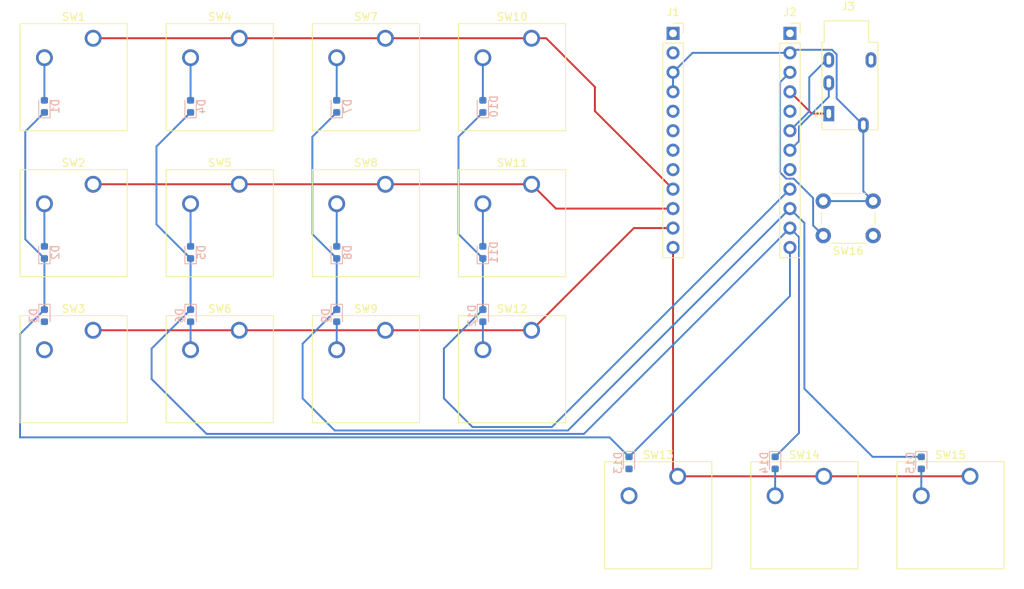
<source format=kicad_pcb>
(kicad_pcb (version 20211014) (generator pcbnew)
  (layers (0 "F.Cu" signal) (31 "B.Cu" signal) (34 "B.Paste" user) (35 "F.Paste" user) (36 "B.SilkS" user "B.Silkscreen") (37 "F.SilkS" user "F.Silkscreen") (38 "B.Mask" user) (39 "F.Mask" user) (44 "Edge.Cuts" user))
  (net 0 "")
  (net 1 "Col0")
  (net 2 "Net-(D1-Pad2)")
  (net 3 "Net-(D2-Pad2)")
  (net 4 "Net-(D3-Pad2)")
  (net 5 "Col1")
  (net 6 "Net-(D4-Pad2)")
  (net 7 "Net-(D5-Pad2)")
  (net 8 "Net-(D6-Pad2)")
  (net 9 "Col2")
  (net 10 "Net-(D7-Pad2)")
  (net 11 "Net-(D8-Pad2)")
  (net 12 "Net-(D9-Pad2)")
  (net 13 "Col3")
  (net 14 "Net-(D10-Pad2)")
  (net 15 "Net-(D11-Pad2)")
  (net 16 "Net-(D12-Pad2)")
  (net 17 "Net-(D13-Pad2)")
  (net 18 "Net-(D14-Pad2)")
  (net 19 "Net-(D15-Pad2)")
  (net 22 "Gnd")
  (net 27 "Row0")
  (net 28 "Row1")
  (net 29 "Row2")
  (net 31 "Net-(J2-Pad3)")
  (net 32 "Vcc")
  (net 34 "SDA")
  (net 35 "SCL")
  (net 37 "Row3")
  (footprint "Button Switch Keyboard:SW_Cherry_MX_1.00u_PCB" (layer "F.Cu") (at 191.135 139.065)
    (fp_text reference "SW15" (at -2.54 -2.794) (layer "F.SilkS"))
    (fp_text value "SW_Push")
    (fp_line (start 4.445 12.065) (end -9.525 12.065) (layer "F.SilkS") (width 0.12))
    (fp_line (start -9.525 -1.905) (end 4.445 -1.905) (layer "F.SilkS") (width 0.12))
    (fp_line (start 4.445 -1.905) (end 4.445 12.065) (layer "F.SilkS") (width 0.12))
    (fp_line (start -9.525 12.065) (end -9.525 -1.905) (layer "F.SilkS") (width 0.12))
    (pad "" np_thru_hole circle (at -7.62 5.08) (size 1.7 1.7) (drill 1.7) (layers *.Cu *.Mask))
    (pad "" np_thru_hole circle (at -2.54 5.08) (size 4 4) (drill 4) (layers *.Cu *.Mask))
    (pad "" np_thru_hole circle (at 2.54 5.08) (size 1.7 1.7) (drill 1.7) (layers *.Cu *.Mask))
    (pad "1" thru_hole circle (at 0 0) (size 2.2 2.2) (drill 1.5) (layers *.Cu *.Mask) (net 37 "Row3"))
    (pad "2" thru_hole circle (at -6.35 2.54) (size 2.2 2.2) (drill 1.5) (layers *.Cu *.Mask) (net 19 "Net-(D15-Pad2)"))
  )
  (footprint "Button Switch Keyboard:SW_Cherry_MX_1.00u_PCB" (layer "F.Cu") (at 114.935 120.015)
    (fp_text reference "SW9" (at -2.54 -2.794) (layer "F.SilkS"))
    (fp_text value "SW_Push")
    (fp_line (start -9.525 -1.905) (end 4.445 -1.905) (layer "F.SilkS") (width 0.12))
    (fp_line (start 4.445 -1.905) (end 4.445 12.065) (layer "F.SilkS") (width 0.12))
    (fp_line (start 4.445 12.065) (end -9.525 12.065) (layer "F.SilkS") (width 0.12))
    (fp_line (start -9.525 12.065) (end -9.525 -1.905) (layer "F.SilkS") (width 0.12))
    (pad "" np_thru_hole circle (at -7.62 5.08) (size 1.7 1.7) (drill 1.7) (layers *.Cu *.Mask))
    (pad "" np_thru_hole circle (at 2.54 5.08) (size 1.7 1.7) (drill 1.7) (layers *.Cu *.Mask))
    (pad "" np_thru_hole circle (at -2.54 5.08) (size 4 4) (drill 4) (layers *.Cu *.Mask))
    (pad "1" thru_hole circle (at 0 0) (size 2.2 2.2) (drill 1.5) (layers *.Cu *.Mask) (net 29 "Row2"))
    (pad "2" thru_hole circle (at -6.35 2.54) (size 2.2 2.2) (drill 1.5) (layers *.Cu *.Mask) (net 12 "Net-(D9-Pad2)"))
  )
  (footprint "Button Switch Keyboard:SW_Cherry_MX_1.00u_PCB" (layer "F.Cu") (at 114.935 81.915)
    (fp_text reference "SW7" (at -2.54 -2.794) (layer "F.SilkS"))
    (fp_text value "SW_Push")
    (fp_line (start -9.525 -1.905) (end 4.445 -1.905) (layer "F.SilkS") (width 0.12))
    (fp_line (start 4.445 12.065) (end -9.525 12.065) (layer "F.SilkS") (width 0.12))
    (fp_line (start -9.525 12.065) (end -9.525 -1.905) (layer "F.SilkS") (width 0.12))
    (fp_line (start 4.445 -1.905) (end 4.445 12.065) (layer "F.SilkS") (width 0.12))
    (pad "" np_thru_hole circle (at -7.62 5.08) (size 1.7 1.7) (drill 1.7) (layers *.Cu *.Mask))
    (pad "" np_thru_hole circle (at -2.54 5.08) (size 4 4) (drill 4) (layers *.Cu *.Mask))
    (pad "" np_thru_hole circle (at 2.54 5.08) (size 1.7 1.7) (drill 1.7) (layers *.Cu *.Mask))
    (pad "1" thru_hole circle (at 0 0) (size 2.2 2.2) (drill 1.5) (layers *.Cu *.Mask) (net 27 "Row0"))
    (pad "2" thru_hole circle (at -6.35 2.54) (size 2.2 2.2) (drill 1.5) (layers *.Cu *.Mask) (net 10 "Net-(D7-Pad2)"))
  )
  (footprint "Button_Switch_THT:SW_PUSH_6mm_H4.3mm" (layer "F.Cu") (at 178.51 107.66 180)
    (fp_text reference "SW16" (at 3.25 -2) (layer "F.SilkS"))
    (fp_text value "SW_Push")
    (fp_line (start 1 5.5) (end 5.5 5.5) (layer "F.SilkS") (width 0.12))
    (fp_line (start 6.75 3) (end 6.75 1.5) (layer "F.SilkS") (width 0.12))
    (fp_line (start 5.5 -1) (end 1 -1) (layer "F.SilkS") (width 0.12))
    (fp_line (start -0.25 1.5) (end -0.25 3) (layer "F.SilkS") (width 0.12))
    (pad "1" thru_hole circle (at 6.5 0 270) (size 2 2) (drill 1.1) (layers *.Cu *.Mask) (net 31 "Net-(J2-Pad3)"))
    (pad "1" thru_hole circle (at 0 0 270) (size 2 2) (drill 1.1) (layers *.Cu *.Mask) (net 31 "Net-(J2-Pad3)"))
    (pad "2" thru_hole circle (at 6.5 4.5 270) (size 2 2) (drill 1.1) (layers *.Cu *.Mask) (net 22 "Gnd"))
    (pad "2" thru_hole circle (at 0 4.5 270) (size 2 2) (drill 1.1) (layers *.Cu *.Mask) (net 22 "Gnd"))
  )
  (footprint "Button Switch Keyboard:SW_Cherry_MX_1.00u_PCB" (layer "F.Cu") (at 133.985 100.965)
    (fp_text reference "SW11" (at -2.54 -2.794) (layer "F.SilkS"))
    (fp_text value "SW_Push")
    (fp_line (start -9.525 -1.905) (end 4.445 -1.905) (layer "F.SilkS") (width 0.12))
    (fp_line (start -9.525 12.065) (end -9.525 -1.905) (layer "F.SilkS") (width 0.12))
    (fp_line (start 4.445 -1.905) (end 4.445 12.065) (layer "F.SilkS") (width 0.12))
    (fp_line (start 4.445 12.065) (end -9.525 12.065) (layer "F.SilkS") (width 0.12))
    (pad "" np_thru_hole circle (at -2.54 5.08) (size 4 4) (drill 4) (layers *.Cu *.Mask))
    (pad "" np_thru_hole circle (at 2.54 5.08) (size 1.7 1.7) (drill 1.7) (layers *.Cu *.Mask))
    (pad "" np_thru_hole circle (at -7.62 5.08) (size 1.7 1.7) (drill 1.7) (layers *.Cu *.Mask))
    (pad "1" thru_hole circle (at 0 0) (size 2.2 2.2) (drill 1.5) (layers *.Cu *.Mask) (net 28 "Row1"))
    (pad "2" thru_hole circle (at -6.35 2.54) (size 2.2 2.2) (drill 1.5) (layers *.Cu *.Mask) (net 15 "Net-(D11-Pad2)"))
  )
  (footprint "Connector_Audio:Jack_3.5mm_PJ320E_Horizontal" (layer "F.Cu") (at 172.7275 91.745)
    (fp_text reference "J3" (at 2.54 -13.97) (layer "F.SilkS"))
    (fp_text value "AudioJack4")
    (fp_line (start -1.7 0.5) (end -1.2 0) (layer "F.SilkS") (width 0.12))
    (fp_line (start 5.2 -9.3) (end 6.4 -9.3) (layer "F.SilkS") (width 0.12))
    (fp_line (start -0.9 2.1) (end 3.7 2.1) (layer "F.SilkS") (width 0.12))
    (fp_line (start -0.6 -9.3) (end -0.6 -12.1) (layer "F.SilkS") (width 0.12))
    (fp_line (start -1.7 -0.5) (end -1.7 0.5) (layer "F.SilkS") (width 0.12))
    (fp_line (start 5.2 -12.1) (end -0.6 -12.1) (layer "F.SilkS") (width 0.12))
    (fp_line (start 5.2 -9.3) (end 5.2 -12.1) (layer "F.SilkS") (width 0.12))
    (fp_line (start -0.9 -9.3) (end -0.9 2.1) (layer "F.SilkS") (width 0.12))
    (fp_line (start 6.4 2.1) (end 5.3 2.1) (layer "F.SilkS") (width 0.12))
    (fp_line (start 6.4 -9.3) (end 6.4 2.1) (layer "F.SilkS") (width 0.12))
    (fp_line (start -0.9 -9.3) (end -0.6 -9.3) (layer "F.SilkS") (width 0.12))
    (fp_line (start -1.2 0) (end -1.7 -0.5) (layer "F.SilkS") (width 0.12))
    (pad "" np_thru_hole circle (at 2.3 -5.7 270) (size 1.2 1.2) (drill 1.2) (layers *.Cu *.Mask))
    (pad "" np_thru_hole circle (at 2.3 1.3 270) (size 1.2 1.2) (drill 1.2) (layers *.Cu *.Mask))
    (pad "" thru_hole oval (at 5.5 -7 270) (size 2 1.4) (drill oval 1.2 0.6) (layers *.Cu *.Mask))
    (pad "R1" thru_hole oval (at 0 -4 270) (size 2 1.4) (drill oval 1.2 0.6) (layers *.Cu *.Mask) (net 35 "SCL"))
    (pad "R2" thru_hole oval (at 0 -7 270) (size 2 1.4) (drill oval 1.2 0.6) (layers *.Cu *.Mask) (net 34 "SDA"))
    (pad "S" thru_hole oval (at 4.5 1.5 270) (size 2 1.4) (drill oval 1.2 0.6) (layers *.Cu *.Mask) (net 22 "Gnd"))
    (pad "T" thru_hole rect (at 0 0 270) (size 2 1.4) (drill oval 1.2 0.6) (layers *.Cu *.Mask) (net 32 "Vcc"))
  )
  (footprint "Button Switch Keyboard:SW_Cherry_MX_1.00u_PCB" (layer "F.Cu") (at 133.985 120.015)
    (fp_text reference "SW12" (at -2.54 -2.794) (layer "F.SilkS"))
    (fp_text value "SW_Push")
    (fp_line (start 4.445 -1.905) (end 4.445 12.065) (layer "F.SilkS") (width 0.12))
    (fp_line (start -9.525 12.065) (end -9.525 -1.905) (layer "F.SilkS") (width 0.12))
    (fp_line (start -9.525 -1.905) (end 4.445 -1.905) (layer "F.SilkS") (width 0.12))
    (fp_line (start 4.445 12.065) (end -9.525 12.065) (layer "F.SilkS") (width 0.12))
    (pad "" np_thru_hole circle (at -7.62 5.08) (size 1.7 1.7) (drill 1.7) (layers *.Cu *.Mask))
    (pad "" np_thru_hole circle (at 2.54 5.08) (size 1.7 1.7) (drill 1.7) (layers *.Cu *.Mask))
    (pad "" np_thru_hole circle (at -2.54 5.08) (size 4 4) (drill 4) (layers *.Cu *.Mask))
    (pad "1" thru_hole circle (at 0 0) (size 2.2 2.2) (drill 1.5) (layers *.Cu *.Mask) (net 29 "Row2"))
    (pad "2" thru_hole circle (at -6.35 2.54) (size 2.2 2.2) (drill 1.5) (layers *.Cu *.Mask) (net 16 "Net-(D12-Pad2)"))
  )
  (footprint "Button Switch Keyboard:SW_Cherry_MX_1.00u_PCB" (layer "F.Cu") (at 172.085 139.065)
    (fp_text reference "SW14" (at -2.54 -2.794) (layer "F.SilkS"))
    (fp_text value "SW_Push")
    (fp_line (start 4.445 -1.905) (end 4.445 12.065) (layer "F.SilkS") (width 0.12))
    (fp_line (start -9.525 -1.905) (end 4.445 -1.905) (layer "F.SilkS") (width 0.12))
    (fp_line (start 4.445 12.065) (end -9.525 12.065) (layer "F.SilkS") (width 0.12))
    (fp_line (start -9.525 12.065) (end -9.525 -1.905) (layer "F.SilkS") (width 0.12))
    (pad "" np_thru_hole circle (at -2.54 5.08) (size 4 4) (drill 4) (layers *.Cu *.Mask))
    (pad "" np_thru_hole circle (at -7.62 5.08) (size 1.7 1.7) (drill 1.7) (layers *.Cu *.Mask))
    (pad "" np_thru_hole circle (at 2.54 5.08) (size 1.7 1.7) (drill 1.7) (layers *.Cu *.Mask))
    (pad "1" thru_hole circle (at 0 0) (size 2.2 2.2) (drill 1.5) (layers *.Cu *.Mask) (net 37 "Row3"))
    (pad "2" thru_hole circle (at -6.35 2.54) (size 2.2 2.2) (drill 1.5) (layers *.Cu *.Mask) (net 18 "Net-(D14-Pad2)"))
  )
  (footprint "Button Switch Keyboard:SW_Cherry_MX_1.00u_PCB" (layer "F.Cu") (at 114.935 100.965)
    (fp_text reference "SW8" (at -2.54 -2.794) (layer "F.SilkS"))
    (fp_text value "SW_Push")
    (fp_line (start 4.445 12.065) (end -9.525 12.065) (layer "F.SilkS") (width 0.12))
    (fp_line (start 4.445 -1.905) (end 4.445 12.065) (layer "F.SilkS") (width 0.12))
    (fp_line (start -9.525 -1.905) (end 4.445 -1.905) (layer "F.SilkS") (width 0.12))
    (fp_line (start -9.525 12.065) (end -9.525 -1.905) (layer "F.SilkS") (width 0.12))
    (pad "" np_thru_hole circle (at -2.54 5.08) (size 4 4) (drill 4) (layers *.Cu *.Mask))
    (pad "" np_thru_hole circle (at 2.54 5.08) (size 1.7 1.7) (drill 1.7) (layers *.Cu *.Mask))
    (pad "" np_thru_hole circle (at -7.62 5.08) (size 1.7 1.7) (drill 1.7) (layers *.Cu *.Mask))
    (pad "1" thru_hole circle (at 0 0) (size 2.2 2.2) (drill 1.5) (layers *.Cu *.Mask) (net 28 "Row1"))
    (pad "2" thru_hole circle (at -6.35 2.54) (size 2.2 2.2) (drill 1.5) (layers *.Cu *.Mask) (net 11 "Net-(D8-Pad2)"))
  )
  (footprint "Connector_PinSocket_2.54mm:PinSocket_1x12_P2.54mm_Vertical" (layer "F.Cu") (at 167.665 81.28)
    (fp_text reference "J2" (at 0 -2.77) (layer "F.SilkS"))
    (fp_text value "Conn_01x12")
    (fp_line (start 1.33 1.27) (end 1.33 29.27) (layer "F.SilkS") (width 0.12))
    (fp_line (start -1.33 1.27) (end -1.33 29.27) (layer "F.SilkS") (width 0.12))
    (fp_line (start -1.33 29.27) (end 1.33 29.27) (layer "F.SilkS") (width 0.12))
    (fp_line (start 1.33 -1.33) (end 1.33 0) (layer "F.SilkS") (width 0.12))
    (fp_line (start -1.33 1.27) (end 1.33 1.27) (layer "F.SilkS") (width 0.12))
    (fp_line (start 0 -1.33) (end 1.33 -1.33) (layer "F.SilkS") (width 0.12))
    (pad "1" thru_hole rect (at 0 0) (size 1.7 1.7) (drill 1) (layers *.Cu *.Mask))
    (pad "2" thru_hole oval (at 0 2.54) (size 1.7 1.7) (drill 1) (layers *.Cu *.Mask) (net 22 "Gnd"))
    (pad "3" thru_hole oval (at 0 5.08) (size 1.7 1.7) (drill 1) (layers *.Cu *.Mask) (net 31 "Net-(J2-Pad3)"))
    (pad "4" thru_hole oval (at 0 7.62) (size 1.7 1.7) (drill 1) (layers *.Cu *.Mask) (net 32 "Vcc"))
    (pad "5" thru_hole oval (at 0 10.16) (size 1.7 1.7) (drill 1) (layers *.Cu *.Mask))
    (pad "6" thru_hole oval (at 0 12.7) (size 1.7 1.7) (drill 1) (layers *.Cu *.Mask) (net 34 "SDA"))
    (pad "7" thru_hole oval (at 0 15.24) (size 1.7 1.7) (drill 1) (layers *.Cu *.Mask) (net 35 "SCL"))
    (pad "8" thru_hole oval (at 0 17.78) (size 1.7 1.7) (drill 1) (layers *.Cu *.Mask))
    (pad "9" thru_hole oval (at 0 20.32) (size 1.7 1.7) (drill 1) (layers *.Cu *.Mask) (net 13 "Col3"))
    (pad "10" thru_hole oval (at 0 22.86) (size 1.7 1.7) (drill 1) (layers *.Cu *.Mask) (net 9 "Col2"))
    (pad "11" thru_hole oval (at 0 25.4) (size 1.7 1.7) (drill 1) (layers *.Cu *.Mask) (net 5 "Col1"))
    (pad "12" thru_hole oval (at 0 27.94) (size 1.7 1.7) (drill 1) (layers *.Cu *.Mask) (net 1 "Col0"))
  )
  (footprint "Button Switch Keyboard:SW_Cherry_MX_1.00u_PCB" (layer "F.Cu") (at 153.035 139.065)
    (fp_text reference "SW13" (at -2.54 -2.794) (layer "F.SilkS"))
    (fp_text value "SW_Push")
    (fp_line (start 4.445 -1.905) (end 4.445 12.065) (layer "F.SilkS") (width 0.12))
    (fp_line (start -9.525 12.065) (end -9.525 -1.905) (layer "F.SilkS") (width 0.12))
    (fp_line (start -9.525 -1.905) (end 4.445 -1.905) (layer "F.SilkS") (width 0.12))
    (fp_line (start 4.445 12.065) (end -9.525 12.065) (layer "F.SilkS") (width 0.12))
    (pad "" np_thru_hole circle (at 2.54 5.08) (size 1.7 1.7) (drill 1.7) (layers *.Cu *.Mask))
    (pad "" np_thru_hole circle (at -2.54 5.08) (size 4 4) (drill 4) (layers *.Cu *.Mask))
    (pad "" np_thru_hole circle (at -7.62 5.08) (size 1.7 1.7) (drill 1.7) (layers *.Cu *.Mask))
    (pad "1" thru_hole circle (at 0 0) (size 2.2 2.2) (drill 1.5) (layers *.Cu *.Mask) (net 37 "Row3"))
    (pad "2" thru_hole circle (at -6.35 2.54) (size 2.2 2.2) (drill 1.5) (layers *.Cu *.Mask) (net 17 "Net-(D13-Pad2)"))
  )
  (footprint "Button Switch Keyboard:SW_Cherry_MX_1.00u_PCB" (layer "F.Cu") (at 133.985 81.915)
    (fp_text reference "SW10" (at -2.54 -2.794) (layer "F.SilkS"))
    (fp_text value "SW_Push")
    (fp_line (start -9.525 12.065) (end -9.525 -1.905) (layer "F.SilkS") (width 0.12))
    (fp_line (start 4.445 12.065) (end -9.525 12.065) (layer "F.SilkS") (width 0.12))
    (fp_line (start -9.525 -1.905) (end 4.445 -1.905) (layer "F.SilkS") (width 0.12))
    (fp_line (start 4.445 -1.905) (end 4.445 12.065) (layer "F.SilkS") (width 0.12))
    (pad "" np_thru_hole circle (at 2.54 5.08) (size 1.7 1.7) (drill 1.7) (layers *.Cu *.Mask))
    (pad "" np_thru_hole circle (at -2.54 5.08) (size 4 4) (drill 4) (layers *.Cu *.Mask))
    (pad "" np_thru_hole circle (at -7.62 5.08) (size 1.7 1.7) (drill 1.7) (layers *.Cu *.Mask))
    (pad "1" thru_hole circle (at 0 0) (size 2.2 2.2) (drill 1.5) (layers *.Cu *.Mask) (net 27 "Row0"))
    (pad "2" thru_hole circle (at -6.35 2.54) (size 2.2 2.2) (drill 1.5) (layers *.Cu *.Mask) (net 14 "Net-(D10-Pad2)"))
  )
  (footprint "Button Switch Keyboard:SW_Cherry_MX_1.00u_PCB" (layer "F.Cu") (at 95.885 120.015)
    (fp_text reference "SW6" (at -2.54 -2.794) (layer "F.SilkS"))
    (fp_text value "SW_Push")
    (fp_line (start 4.445 12.065) (end -9.525 12.065) (layer "F.SilkS") (width 0.12))
    (fp_line (start -9.525 12.065) (end -9.525 -1.905) (layer "F.SilkS") (width 0.12))
    (fp_line (start 4.445 -1.905) (end 4.445 12.065) (layer "F.SilkS") (width 0.12))
    (fp_line (start -9.525 -1.905) (end 4.445 -1.905) (layer "F.SilkS") (width 0.12))
    (pad "" np_thru_hole circle (at -2.54 5.08) (size 4 4) (drill 4) (layers *.Cu *.Mask))
    (pad "" np_thru_hole circle (at -7.62 5.08) (size 1.7 1.7) (drill 1.7) (layers *.Cu *.Mask))
    (pad "" np_thru_hole circle (at 2.54 5.08) (size 1.7 1.7) (drill 1.7) (layers *.Cu *.Mask))
    (pad "1" thru_hole circle (at 0 0) (size 2.2 2.2) (drill 1.5) (layers *.Cu *.Mask) (net 29 "Row2"))
    (pad "2" thru_hole circle (at -6.35 2.54) (size 2.2 2.2) (drill 1.5) (layers *.Cu *.Mask) (net 8 "Net-(D6-Pad2)"))
  )
  (footprint "Button Switch Keyboard:SW_Cherry_MX_1.00u_PCB" (layer "F.Cu") (at 95.885 81.915)
    (fp_text reference "SW4" (at -2.54 -2.794) (layer "F.SilkS"))
    (fp_text value "SW_Push")
    (fp_line (start 4.445 -1.905) (end 4.445 12.065) (layer "F.SilkS") (width 0.12))
    (fp_line (start -9.525 -1.905) (end 4.445 -1.905) (layer "F.SilkS") (width 0.12))
    (fp_line (start -9.525 12.065) (end -9.525 -1.905) (layer "F.SilkS") (width 0.12))
    (fp_line (start 4.445 12.065) (end -9.525 12.065) (layer "F.SilkS") (width 0.12))
    (pad "" np_thru_hole circle (at -7.62 5.08) (size 1.7 1.7) (drill 1.7) (layers *.Cu *.Mask))
    (pad "" np_thru_hole circle (at 2.54 5.08) (size 1.7 1.7) (drill 1.7) (layers *.Cu *.Mask))
    (pad "" np_thru_hole circle (at -2.54 5.08) (size 4 4) (drill 4) (layers *.Cu *.Mask))
    (pad "1" thru_hole circle (at 0 0) (size 2.2 2.2) (drill 1.5) (layers *.Cu *.Mask) (net 27 "Row0"))
    (pad "2" thru_hole circle (at -6.35 2.54) (size 2.2 2.2) (drill 1.5) (layers *.Cu *.Mask) (net 6 "Net-(D4-Pad2)"))
  )
  (footprint "Button Switch Keyboard:SW_Cherry_MX_1.00u_PCB" (layer "F.Cu") (at 76.835 100.965)
    (fp_text reference "SW2" (at -2.54 -2.794) (layer "F.SilkS"))
    (fp_text value "SW_Push")
    (fp_line (start 4.445 -1.905) (end 4.445 12.065) (layer "F.SilkS") (width 0.12))
    (fp_line (start -9.525 -1.905) (end 4.445 -1.905) (layer "F.SilkS") (width 0.12))
    (fp_line (start -9.525 12.065) (end -9.525 -1.905) (layer "F.SilkS") (width 0.12))
    (fp_line (start 4.445 12.065) (end -9.525 12.065) (layer "F.SilkS") (width 0.12))
    (pad "" np_thru_hole circle (at -2.54 5.08) (size 4 4) (drill 4) (layers *.Cu *.Mask))
    (pad "" np_thru_hole circle (at 2.54 5.08) (size 1.7 1.7) (drill 1.7) (layers *.Cu *.Mask))
    (pad "" np_thru_hole circle (at -7.62 5.08) (size 1.7 1.7) (drill 1.7) (layers *.Cu *.Mask))
    (pad "1" thru_hole circle (at 0 0) (size 2.2 2.2) (drill 1.5) (layers *.Cu *.Mask) (net 28 "Row1"))
    (pad "2" thru_hole circle (at -6.35 2.54) (size 2.2 2.2) (drill 1.5) (layers *.Cu *.Mask) (net 3 "Net-(D2-Pad2)"))
  )
  (footprint "Button Switch Keyboard:SW_Cherry_MX_1.00u_PCB" (layer "F.Cu") (at 76.835 81.915)
    (fp_text reference "SW1" (at -2.54 -2.794) (layer "F.SilkS"))
    (fp_text value "SW_Push")
    (fp_line (start 4.445 12.065) (end -9.525 12.065) (layer "F.SilkS") (width 0.12))
    (fp_line (start 4.445 -1.905) (end 4.445 12.065) (layer "F.SilkS") (width 0.12))
    (fp_line (start -9.525 12.065) (end -9.525 -1.905) (layer "F.SilkS") (width 0.12))
    (fp_line (start -9.525 -1.905) (end 4.445 -1.905) (layer "F.SilkS") (width 0.12))
    (pad "" np_thru_hole circle (at -2.54 5.08) (size 4 4) (drill 4) (layers *.Cu *.Mask))
    (pad "" np_thru_hole circle (at -7.62 5.08) (size 1.7 1.7) (drill 1.7) (layers *.Cu *.Mask))
    (pad "" np_thru_hole circle (at 2.54 5.08) (size 1.7 1.7) (drill 1.7) (layers *.Cu *.Mask))
    (pad "1" thru_hole circle (at 0 0) (size 2.2 2.2) (drill 1.5) (layers *.Cu *.Mask) (net 27 "Row0"))
    (pad "2" thru_hole circle (at -6.35 2.54) (size 2.2 2.2) (drill 1.5) (layers *.Cu *.Mask) (net 2 "Net-(D1-Pad2)"))
  )
  (footprint "Connector_PinSocket_2.54mm:PinSocket_1x12_P2.54mm_Vertical" (layer "F.Cu") (at 152.425 81.28)
    (fp_text reference "J1" (at 0 -2.77) (layer "F.SilkS"))
    (fp_text value "Conn_01x12")
    (fp_line (start 1.33 1.27) (end 1.33 29.27) (layer "F.SilkS") (width 0.12))
    (fp_line (start -1.33 1.27) (end 1.33 1.27) (layer "F.SilkS") (width 0.12))
    (fp_line (start -1.33 1.27) (end -1.33 29.27) (layer "F.SilkS") (width 0.12))
    (fp_line (start 0 -1.33) (end 1.33 -1.33) (layer "F.SilkS") (width 0.12))
    (fp_line (start 1.33 -1.33) (end 1.33 0) (layer "F.SilkS") (width 0.12))
    (fp_line (start -1.33 29.27) (end 1.33 29.27) (layer "F.SilkS") (width 0.12))
    (pad "1" thru_hole rect (at 0 0) (size 1.7 1.7) (drill 1) (layers *.Cu *.Mask))
    (pad "2" thru_hole oval (at 0 2.54) (size 1.7 1.7) (drill 1) (layers *.Cu *.Mask))
    (pad "3" thru_hole oval (at 0 5.08) (size 1.7 1.7) (drill 1) (layers *.Cu *.Mask) (net 22 "Gnd"))
    (pad "4" thru_hole oval (at 0 7.62) (size 1.7 1.7) (drill 1) (layers *.Cu *.Mask) (net 22 "Gnd"))
    (pad "5" thru_hole oval (at 0 10.16) (size 1.7 1.7) (drill 1) (layers *.Cu *.Mask))
    (pad "6" thru_hole oval (at 0 12.7) (size 1.7 1.7) (drill 1) (layers *.Cu *.Mask))
    (pad "7" thru_hole oval (at 0 15.24) (size 1.7 1.7) (drill 1) (layers *.Cu *.Mask))
    (pad "8" thru_hole oval (at 0 17.78) (size 1.7 1.7) (drill 1) (layers *.Cu *.Mask))
    (pad "9" thru_hole oval (at 0 20.32) (size 1.7 1.7) (drill 1) (layers *.Cu *.Mask) (net 27 "Row0"))
    (pad "10" thru_hole oval (at 0 22.86) (size 1.7 1.7) (drill 1) (layers *.Cu *.Mask) (net 28 "Row1"))
    (pad "11" thru_hole oval (at 0 25.4) (size 1.7 1.7) (drill 1) (layers *.Cu *.Mask) (net 29 "Row2"))
    (pad "12" thru_hole oval (at 0 27.94) (size 1.7 1.7) (drill 1) (layers *.Cu *.Mask) (net 37 "Row3"))
  )
  (footprint "Button Switch Keyboard:SW_Cherry_MX_1.00u_PCB" (layer "F.Cu") (at 95.885 100.965)
    (fp_text reference "SW5" (at -2.54 -2.794) (layer "F.SilkS"))
    (fp_text value "SW_Push")
    (fp_line (start 4.445 12.065) (end -9.525 12.065) (layer "F.SilkS") (width 0.12))
    (fp_line (start -9.525 12.065) (end -9.525 -1.905) (layer "F.SilkS") (width 0.12))
    (fp_line (start -9.525 -1.905) (end 4.445 -1.905) (layer "F.SilkS") (width 0.12))
    (fp_line (start 4.445 -1.905) (end 4.445 12.065) (layer "F.SilkS") (width 0.12))
    (pad "" np_thru_hole circle (at -7.62 5.08) (size 1.7 1.7) (drill 1.7) (layers *.Cu *.Mask))
    (pad "" np_thru_hole circle (at 2.54 5.08) (size 1.7 1.7) (drill 1.7) (layers *.Cu *.Mask))
    (pad "" np_thru_hole circle (at -2.54 5.08) (size 4 4) (drill 4) (layers *.Cu *.Mask))
    (pad "1" thru_hole circle (at 0 0) (size 2.2 2.2) (drill 1.5) (layers *.Cu *.Mask) (net 28 "Row1"))
    (pad "2" thru_hole circle (at -6.35 2.54) (size 2.2 2.2) (drill 1.5) (layers *.Cu *.Mask) (net 7 "Net-(D5-Pad2)"))
  )
  (footprint "Button Switch Keyboard:SW_Cherry_MX_1.00u_PCB" (layer "F.Cu") (at 76.835 120.015)
    (fp_text reference "SW3" (at -2.54 -2.794) (layer "F.SilkS"))
    (fp_text value "SW_Push")
    (fp_line (start -9.525 -1.905) (end 4.445 -1.905) (layer "F.SilkS") (width 0.12))
    (fp_line (start 4.445 -1.905) (end 4.445 12.065) (layer "F.SilkS") (width 0.12))
    (fp_line (start -9.525 12.065) (end -9.525 -1.905) (layer "F.SilkS") (width 0.12))
    (fp_line (start 4.445 12.065) (end -9.525 12.065) (layer "F.SilkS") (width 0.12))
    (pad "" np_thru_hole circle (at -7.62 5.08) (size 1.7 1.7) (drill 1.7) (layers *.Cu *.Mask))
    (pad "" np_thru_hole circle (at 2.54 5.08) (size 1.7 1.7) (drill 1.7) (layers *.Cu *.Mask))
    (pad "" np_thru_hole circle (at -2.54 5.08) (size 4 4) (drill 4) (layers *.Cu *.Mask))
    (pad "1" thru_hole circle (at 0 0) (size 2.2 2.2) (drill 1.5) (layers *.Cu *.Mask) (net 29 "Row2"))
    (pad "2" thru_hole circle (at -6.35 2.54) (size 2.2 2.2) (drill 1.5) (layers *.Cu *.Mask) (net 4 "Net-(D3-Pad2)"))
  )
  (footprint "Diode_SMD:D_0603_1608Metric" (layer "B.Cu") (at 127.635 90.805 90)
    (fp_text reference "D10" (at 0 1.43 90) (layer "B.SilkS") (effects (justify mirror)))
    (fp_text value "D_Small")
    (fp_line (start -1.485 0.735) (end -1.485 -0.735) (layer "B.SilkS") (width 0.12))
    (fp_line (start 0.8 0.735) (end -1.485 0.735) (layer "B.SilkS") (width 0.12))
    (fp_line (start -1.485 -0.735) (end 0.8 -0.735) (layer "B.SilkS") (width 0.12))
    (pad "1" smd roundrect (at -0.7875 0 90) (size 0.875 0.95) (layers "B.Cu" "B.Paste" "B.Mask") (net 13 "Col3"))
    (pad "2" smd roundrect (at 0.7875 0 90) (size 0.875 0.95) (layers "B.Cu" "B.Paste" "B.Mask") (net 14 "Net-(D10-Pad2)"))
  )
  (footprint "Diode_SMD:D_0603_1608Metric" (layer "B.Cu") (at 89.535 109.855 90)
    (fp_text reference "D5" (at 0 1.43 90) (layer "B.SilkS") (effects (justify mirror)))
    (fp_text value "D_Small")
    (fp_line (start -1.485 0.735) (end -1.485 -0.735) (layer "B.SilkS") (width 0.12))
    (fp_line (start 0.8 0.735) (end -1.485 0.735) (layer "B.SilkS") (width 0.12))
    (fp_line (start -1.485 -0.735) (end 0.8 -0.735) (layer "B.SilkS") (width 0.12))
    (pad "1" smd roundrect (at -0.7875 0 90) (size 0.875 0.95) (layers "B.Cu" "B.Paste" "B.Mask") (net 5 "Col1"))
    (pad "2" smd roundrect (at 0.7875 0 90) (size 0.875 0.95) (layers "B.Cu" "B.Paste" "B.Mask") (net 7 "Net-(D5-Pad2)"))
  )
  (footprint "Diode_SMD:D_0603_1608Metric" (layer "B.Cu") (at 108.585 109.855 90)
    (fp_text reference "D8" (at 0 1.43 90) (layer "B.SilkS") (effects (justify mirror)))
    (fp_text value "D_Small")
    (fp_line (start -1.485 0.735) (end -1.485 -0.735) (layer "B.SilkS") (width 0.12))
    (fp_line (start 0.8 0.735) (end -1.485 0.735) (layer "B.SilkS") (width 0.12))
    (fp_line (start -1.485 -0.735) (end 0.8 -0.735) (layer "B.SilkS") (width 0.12))
    (pad "1" smd roundrect (at -0.7875 0 90) (size 0.875 0.95) (layers "B.Cu" "B.Paste" "B.Mask") (net 9 "Col2"))
    (pad "2" smd roundrect (at 0.7875 0 90) (size 0.875 0.95) (layers "B.Cu" "B.Paste" "B.Mask") (net 11 "Net-(D8-Pad2)"))
  )
  (footprint "Diode_SMD:D_0603_1608Metric" (layer "B.Cu") (at 89.535 90.805 90)
    (fp_text reference "D4" (at 0 1.43 90) (layer "B.SilkS") (effects (justify mirror)))
    (fp_text value "D_Small")
    (fp_line (start -1.485 0.735) (end -1.485 -0.735) (layer "B.SilkS") (width 0.12))
    (fp_line (start 0.8 0.735) (end -1.485 0.735) (layer "B.SilkS") (width 0.12))
    (fp_line (start -1.485 -0.735) (end 0.8 -0.735) (layer "B.SilkS") (width 0.12))
    (pad "1" smd roundrect (at -0.7875 0 90) (size 0.875 0.95) (layers "B.Cu" "B.Paste" "B.Mask") (net 5 "Col1"))
    (pad "2" smd roundrect (at 0.7875 0 90) (size 0.875 0.95) (layers "B.Cu" "B.Paste" "B.Mask") (net 6 "Net-(D4-Pad2)"))
  )
  (footprint "Diode_SMD:D_0603_1608Metric" (layer "B.Cu") (at 165.735 137.3125 -90)
    (fp_text reference "D14" (at 0 1.43 90) (layer "B.SilkS") (effects (justify mirror)))
    (fp_text value "D_Small")
    (fp_line (start 0.8 0.735) (end -1.485 0.735) (layer "B.SilkS") (width 0.12))
    (fp_line (start -1.485 0.735) (end -1.485 -0.735) (layer "B.SilkS") (width 0.12))
    (fp_line (start -1.485 -0.735) (end 0.8 -0.735) (layer "B.SilkS") (width 0.12))
    (pad "1" smd roundrect (at -0.7875 0 270) (size 0.875 0.95) (layers "B.Cu" "B.Paste" "B.Mask") (net 5 "Col1"))
    (pad "2" smd roundrect (at 0.7875 0 270) (size 0.875 0.95) (layers "B.Cu" "B.Paste" "B.Mask") (net 18 "Net-(D14-Pad2)"))
  )
  (footprint "Diode_SMD:D_0603_1608Metric" (layer "B.Cu") (at 127.635 118.11 -90)
    (fp_text reference "D12" (at 0 1.43 90) (layer "B.SilkS") (effects (justify mirror)))
    (fp_text value "D_Small")
    (fp_line (start -1.485 0.735) (end -1.485 -0.735) (layer "B.SilkS") (width 0.12))
    (fp_line (start -1.485 -0.735) (end 0.8 -0.735) (layer "B.SilkS") (width 0.12))
    (fp_line (start 0.8 0.735) (end -1.485 0.735) (layer "B.SilkS") (width 0.12))
    (pad "1" smd roundrect (at -0.7875 0 270) (size 0.875 0.95) (layers "B.Cu" "B.Paste" "B.Mask") (net 13 "Col3"))
    (pad "2" smd roundrect (at 0.7875 0 270) (size 0.875 0.95) (layers "B.Cu" "B.Paste" "B.Mask") (net 16 "Net-(D12-Pad2)"))
  )
  (footprint "Diode_SMD:D_0603_1608Metric" (layer "B.Cu") (at 70.485 90.805 90)
    (fp_text reference "D1" (at 0 1.43 90) (layer "B.SilkS") (effects (justify mirror)))
    (fp_text value "D_Small")
    (fp_line (start 0.8 0.735) (end -1.485 0.735) (layer "B.SilkS") (width 0.12))
    (fp_line (start -1.485 0.735) (end -1.485 -0.735) (layer "B.SilkS") (width 0.12))
    (fp_line (start -1.485 -0.735) (end 0.8 -0.735) (layer "B.SilkS") (width 0.12))
    (pad "1" smd roundrect (at -0.7875 0 90) (size 0.875 0.95) (layers "B.Cu" "B.Paste" "B.Mask") (net 1 "Col0"))
    (pad "2" smd roundrect (at 0.7875 0 90) (size 0.875 0.95) (layers "B.Cu" "B.Paste" "B.Mask") (net 2 "Net-(D1-Pad2)"))
  )
  (footprint "Diode_SMD:D_0603_1608Metric" (layer "B.Cu") (at 108.585 118.11 -90)
    (fp_text reference "D9" (at 0 1.43 90) (layer "B.SilkS") (effects (justify mirror)))
    (fp_text value "D_Small")
    (fp_line (start -1.485 -0.735) (end 0.8 -0.735) (layer "B.SilkS") (width 0.12))
    (fp_line (start 0.8 0.735) (end -1.485 0.735) (layer "B.SilkS") (width 0.12))
    (fp_line (start -1.485 0.735) (end -1.485 -0.735) (layer "B.SilkS") (width 0.12))
    (pad "1" smd roundrect (at -0.7875 0 270) (size 0.875 0.95) (layers "B.Cu" "B.Paste" "B.Mask") (net 9 "Col2"))
    (pad "2" smd roundrect (at 0.7875 0 270) (size 0.875 0.95) (layers "B.Cu" "B.Paste" "B.Mask") (net 12 "Net-(D9-Pad2)"))
  )
  (footprint "Diode_SMD:D_0603_1608Metric" (layer "B.Cu") (at 184.785 137.3125 -90)
    (fp_text reference "D15" (at 0 1.43 90) (layer "B.SilkS") (effects (justify mirror)))
    (fp_text value "D_Small")
    (fp_line (start -1.485 0.735) (end -1.485 -0.735) (layer "B.SilkS") (width 0.12))
    (fp_line (start 0.8 0.735) (end -1.485 0.735) (layer "B.SilkS") (width 0.12))
    (fp_line (start -1.485 -0.735) (end 0.8 -0.735) (layer "B.SilkS") (width 0.12))
    (pad "1" smd roundrect (at -0.7875 0 270) (size 0.875 0.95) (layers "B.Cu" "B.Paste" "B.Mask") (net 9 "Col2"))
    (pad "2" smd roundrect (at 0.7875 0 270) (size 0.875 0.95) (layers "B.Cu" "B.Paste" "B.Mask") (net 19 "Net-(D15-Pad2)"))
  )
  (footprint "Diode_SMD:D_0603_1608Metric" (layer "B.Cu") (at 108.585 90.805 90)
    (fp_text reference "D7" (at 0 1.43 90) (layer "B.SilkS") (effects (justify mirror)))
    (fp_text value "D_Small")
    (fp_line (start -1.485 0.735) (end -1.485 -0.735) (layer "B.SilkS") (width 0.12))
    (fp_line (start -1.485 -0.735) (end 0.8 -0.735) (layer "B.SilkS") (width 0.12))
    (fp_line (start 0.8 0.735) (end -1.485 0.735) (layer "B.SilkS") (width 0.12))
    (pad "1" smd roundrect (at -0.7875 0 90) (size 0.875 0.95) (layers "B.Cu" "B.Paste" "B.Mask") (net 9 "Col2"))
    (pad "2" smd roundrect (at 0.7875 0 90) (size 0.875 0.95) (layers "B.Cu" "B.Paste" "B.Mask") (net 10 "Net-(D7-Pad2)"))
  )
  (footprint "Diode_SMD:D_0603_1608Metric" (layer "B.Cu") (at 70.485 118.11 -90)
    (fp_text reference "D3" (at 0 1.43 90) (layer "B.SilkS") (effects (justify mirror)))
    (fp_text value "D_Small")
    (fp_line (start -1.485 0.735) (end -1.485 -0.735) (layer "B.SilkS") (width 0.12))
    (fp_line (start 0.8 0.735) (end -1.485 0.735) (layer "B.SilkS") (width 0.12))
    (fp_line (start -1.485 -0.735) (end 0.8 -0.735) (layer "B.SilkS") (width 0.12))
    (pad "1" smd roundrect (at -0.7875 0 270) (size 0.875 0.95) (layers "B.Cu" "B.Paste" "B.Mask") (net 1 "Col0"))
    (pad "2" smd roundrect (at 0.7875 0 270) (size 0.875 0.95) (layers "B.Cu" "B.Paste" "B.Mask") (net 4 "Net-(D3-Pad2)"))
  )
  (footprint "Diode_SMD:D_0603_1608Metric" (layer "B.Cu") (at 89.535 118.11 -90)
    (fp_text reference "D6" (at 0 1.43 90) (layer "B.SilkS") (effects (justify mirror)))
    (fp_text value "D_Small")
    (fp_line (start -1.485 -0.735) (end 0.8 -0.735) (layer "B.SilkS") (width 0.12))
    (fp_line (start -1.485 0.735) (end -1.485 -0.735) (layer "B.SilkS") (width 0.12))
    (fp_line (start 0.8 0.735) (end -1.485 0.735) (layer "B.SilkS") (width 0.12))
    (pad "1" smd roundrect (at -0.7875 0 270) (size 0.875 0.95) (layers "B.Cu" "B.Paste" "B.Mask") (net 5 "Col1"))
    (pad "2" smd roundrect (at 0.7875 0 270) (size 0.875 0.95) (layers "B.Cu" "B.Paste" "B.Mask") (net 8 "Net-(D6-Pad2)"))
  )
  (footprint "Diode_SMD:D_0603_1608Metric" (layer "B.Cu") (at 70.485 109.855 90)
    (fp_text reference "D2" (at 0 1.43 90) (layer "B.SilkS") (effects (justify mirror)))
    (fp_text value "D_Small")
    (fp_line (start -1.485 0.735) (end -1.485 -0.735) (layer "B.SilkS") (width 0.12))
    (fp_line (start -1.485 -0.735) (end 0.8 -0.735) (layer "B.SilkS") (width 0.12))
    (fp_line (start 0.8 0.735) (end -1.485 0.735) (layer "B.SilkS") (width 0.12))
    (pad "1" smd roundrect (at -0.7875 0 90) (size 0.875 0.95) (layers "B.Cu" "B.Paste" "B.Mask") (net 1 "Col0"))
    (pad "2" smd roundrect (at 0.7875 0 90) (size 0.875 0.95) (layers "B.Cu" "B.Paste" "B.Mask") (net 3 "Net-(D2-Pad2)"))
  )
  (footprint "Diode_SMD:D_0603_1608Metric" (layer "B.Cu") (at 146.685 137.3125 -90)
    (fp_text reference "D13" (at 0 1.43 90) (layer "B.SilkS") (effects (justify mirror)))
    (fp_text value "D_Small")
    (fp_line (start -1.485 0.735) (end -1.485 -0.735) (layer "B.SilkS") (width 0.12))
    (fp_line (start -1.485 -0.735) (end 0.8 -0.735) (layer "B.SilkS") (width 0.12))
    (fp_line (start 0.8 0.735) (end -1.485 0.735) (layer "B.SilkS") (width 0.12))
    (pad "1" smd roundrect (at -0.7875 0 270) (size 0.875 0.95) (layers "B.Cu" "B.Paste" "B.Mask") (net 1 "Col0"))
    (pad "2" smd roundrect (at 0.7875 0 270) (size 0.875 0.95) (layers "B.Cu" "B.Paste" "B.Mask") (net 17 "Net-(D13-Pad2)"))
  )
  (footprint "Diode_SMD:D_0603_1608Metric" (layer "B.Cu") (at 127.635 109.855 90)
    (fp_text reference "D11" (at 0 1.43 90) (layer "B.SilkS") (effects (justify mirror)))
    (fp_text value "D_Small")
    (fp_line (start -1.485 -0.735) (end 0.8 -0.735) (layer "B.SilkS") (width 0.12))
    (fp_line (start 0.8 0.735) (end -1.485 0.735) (layer "B.SilkS") (width 0.12))
    (fp_line (start -1.485 0.735) (end -1.485 -0.735) (layer "B.SilkS") (width 0.12))
    (pad "1" smd roundrect (at -0.7875 0 90) (size 0.875 0.95) (layers "B.Cu" "B.Paste" "B.Mask") (net 13 "Col3"))
    (pad "2" smd roundrect (at 0.7875 0 90) (size 0.875 0.95) (layers "B.Cu" "B.Paste" "B.Mask") (net 15 "Net-(D11-Pad2)"))
  )
  (segment (start 167.665 109.22) (end 167.665 115.545) (width 0.25) (layer "B.Cu") (net 1))
  (segment (start 167.665 115.545) (end 146.685 136.525) (width 0.25) (layer "B.Cu") (net 1))
  (segment (start 67.31 133.985) (end 67.31 120.4975) (width 0.25) (layer "B.Cu") (net 1))
  (segment (start 67.31 120.4975) (end 70.485 117.3225) (width 0.25) (layer "B.Cu") (net 1))
  (segment (start 70.485 117.3225) (end 70.485 110.6425) (width 0.25) (layer "B.Cu") (net 1))
  (segment (start 70.485 91.5925) (end 67.990479 94.087021) (width 0.25) (layer "B.Cu") (net 1))
  (segment (start 67.990479 108.147979) (end 70.485 110.6425) (width 0.25) (layer "B.Cu") (net 1))
  (segment (start 146.685 136.525) (end 144.145 133.985) (width 0.25) (layer "B.Cu") (net 1))
  (segment (start 67.990479 94.087021) (end 67.990479 108.147979) (width 0.25) (layer "B.Cu") (net 1))
  (segment (start 144.145 133.985) (end 67.31 133.985) (width 0.25) (layer "B.Cu") (net 1))
  (segment (start 70.485 90.0175) (end 70.485 84.455) (width 0.25) (layer "B.Cu") (net 2))
  (segment (start 70.485 109.0675) (end 70.485 103.505) (width 0.25) (layer "B.Cu") (net 3))
  (segment (start 140.80952 133.53548) (end 167.665 106.68) (width 0.25) (layer "B.Cu") (net 5))
  (segment (start 85.09 106.1975) (end 85.09 96.0375) (width 0.25) (layer "B.Cu") (net 5))
  (segment (start 89.535 117.3225) (end 84.455 122.4025) (width 0.25) (layer "B.Cu") (net 5))
  (segment (start 84.455 126.365) (end 91.62548 133.53548) (width 0.25) (layer "B.Cu") (net 5))
  (segment (start 84.455 122.4025) (end 84.455 126.365) (width 0.25) (layer "B.Cu") (net 5))
  (segment (start 85.09 96.0375) (end 89.535 91.5925) (width 0.25) (layer "B.Cu") (net 5))
  (segment (start 167.665 106.68) (end 168.839511 107.854511) (width 0.25) (layer "B.Cu") (net 5))
  (segment (start 168.839511 107.854511) (end 168.839511 133.420489) (width 0.25) (layer "B.Cu") (net 5))
  (segment (start 168.839511 133.420489) (end 165.735 136.525) (width 0.25) (layer "B.Cu") (net 5))
  (segment (start 89.535 110.6425) (end 85.09 106.1975) (width 0.25) (layer "B.Cu") (net 5))
  (segment (start 89.535 117.3225) (end 89.535 110.6425) (width 0.25) (layer "B.Cu") (net 5))
  (segment (start 91.62548 133.53548) (end 140.80952 133.53548) (width 0.25) (layer "B.Cu") (net 5))
  (segment (start 89.535 90.0175) (end 89.535 84.455) (width 0.25) (layer "B.Cu") (net 6))
  (segment (start 89.535 109.0675) (end 89.535 103.505) (width 0.25) (layer "B.Cu") (net 7))
  (segment (start 89.535 118.8975) (end 89.535 122.555) (width 0.25) (layer "B.Cu") (net 8))
  (segment (start 108.585 110.6425) (end 105.41 107.4675) (width 0.25) (layer "B.Cu") (net 9))
  (segment (start 138.71904 133.08596) (end 167.665 104.14) (width 0.25) (layer "B.Cu") (net 9))
  (segment (start 167.665 104.14) (end 169.545 106.02) (width 0.25) (layer "B.Cu") (net 9))
  (segment (start 105.41 107.4675) (end 105.41 94.7675) (width 0.25) (layer "B.Cu") (net 9))
  (segment (start 105.41 94.7675) (end 108.585 91.5925) (width 0.25) (layer "B.Cu") (net 9))
  (segment (start 104.14 121.7675) (end 104.14 128.905) (width 0.25) (layer "B.Cu") (net 9))
  (segment (start 169.545 127.635) (end 178.435 136.525) (width 0.25) (layer "B.Cu") (net 9))
  (segment (start 108.32096 133.08596) (end 138.71904 133.08596) (width 0.25) (layer "B.Cu") (net 9))
  (segment (start 108.585 117.3225) (end 108.585 110.6425) (width 0.25) (layer "B.Cu") (net 9))
  (segment (start 169.545 106.02) (end 169.545 127.635) (width 0.25) (layer "B.Cu") (net 9))
  (segment (start 108.585 117.3225) (end 104.14 121.7675) (width 0.25) (layer "B.Cu") (net 9))
  (segment (start 178.435 136.525) (end 184.785 136.525) (width 0.25) (layer "B.Cu") (net 9))
  (segment (start 104.14 128.905) (end 108.32096 133.08596) (width 0.25) (layer "B.Cu") (net 9))
  (segment (start 108.585 90.0175) (end 108.585 84.455) (width 0.25) (layer "B.Cu") (net 10))
  (segment (start 108.585 109.0675) (end 108.585 103.505) (width 0.25) (layer "B.Cu") (net 11))
  (segment (start 108.585 122.555) (end 108.585 118.8975) (width 0.25) (layer "B.Cu") (net 12))
  (segment (start 127.635 117.3225) (end 122.555 122.4025) (width 0.25) (layer "B.Cu") (net 13))
  (segment (start 127.635 117.3225) (end 127.635 110.6425) (width 0.25) (layer "B.Cu") (net 13))
  (segment (start 122.555 128.905) (end 126.28644 132.63644) (width 0.25) (layer "B.Cu") (net 13))
  (segment (start 124.46 107.4675) (end 127.635 110.6425) (width 0.25) (layer "B.Cu") (net 13))
  (segment (start 127.635 91.5925) (end 124.46 94.7675) (width 0.25) (layer "B.Cu") (net 13))
  (segment (start 126.28644 132.63644) (end 136.62856 132.63644) (width 0.25) (layer "B.Cu") (net 13))
  (segment (start 122.555 122.4025) (end 122.555 128.905) (width 0.25) (layer "B.Cu") (net 13))
  (segment (start 136.62856 132.63644) (end 167.665 101.6) (width 0.25) (layer "B.Cu") (net 13))
  (segment (start 124.46 94.7675) (end 124.46 107.4675) (width 0.25) (layer "B.Cu") (net 13))
  (segment (start 127.635 90.0175) (end 127.635 84.455) (width 0.25) (layer "B.Cu") (net 14))
  (segment (start 127.635 109.0675) (end 127.635 103.505) (width 0.25) (layer "B.Cu") (net 15))
  (segment (start 127.635 118.8975) (end 127.635 122.555) (width 0.25) (layer "B.Cu") (net 16))
  (segment (start 165.735 141.605) (end 165.735 138.1) (width 0.25) (layer "B.Cu") (net 18))
  (segment (start 184.785 141.605) (end 184.785 138.1) (width 0.25) (layer "B.Cu") (net 19))
  (segment (start 167.665 83.82) (end 154.965 83.82) (width 0.25) (layer "B.Cu") (net 22))
  (segment (start 173.75202 84.02063) (end 173.15187 83.42048) (width 0.25) (layer "B.Cu") (net 22))
  (segment (start 172.01 103.16) (end 178.51 103.16) (width 0.25) (layer "B.Cu") (net 22))
  (segment (start 152.425 88.9) (end 152.425 86.36) (width 0.25) (layer "B.Cu") (net 22))
  (segment (start 168.06452 83.42048) (end 167.665 83.82) (width 0.25) (layer "B.Cu") (net 22))
  (segment (start 177.2275 93.245) (end 173.75202 89.76952) (width 0.25) (layer "B.Cu") (net 22))
  (segment (start 177.2275 101.8775) (end 178.51 103.16) (width 0.25) (layer "B.Cu") (net 22))
  (segment (start 154.965 83.82) (end 152.425 86.36) (width 0.25) (layer "B.Cu") (net 22))
  (segment (start 173.75202 89.76952) (end 173.75202 84.02063) (width 0.25) (layer "B.Cu") (net 22))
  (segment (start 177.2275 93.245) (end 177.2275 101.8775) (width 0.25) (layer "B.Cu") (net 22))
  (segment (start 173.15187 83.42048) (end 168.06452 83.42048) (width 0.25) (layer "B.Cu") (net 22))
  (segment (start 95.885 81.915) (end 76.835 81.915) (width 0.25) (layer "F.Cu") (net 27))
  (segment (start 142.24 88.265) (end 135.89 81.915) (width 0.25) (layer "F.Cu") (net 27))
  (segment (start 152.425 101.6) (end 142.24 91.415) (width 0.25) (layer "F.Cu") (net 27))
  (segment (start 135.89 81.915) (end 133.985 81.915) (width 0.25) (layer "F.Cu") (net 27))
  (segment (start 133.985 81.915) (end 114.935 81.915) (width 0.25) (layer "F.Cu") (net 27))
  (segment (start 114.935 81.915) (end 95.885 81.915) (width 0.25) (layer "F.Cu") (net 27))
  (segment (start 142.24 91.415) (end 142.24 88.265) (width 0.25) (layer "F.Cu") (net 27))
  (segment (start 133.985 100.965) (end 114.935 100.965) (width 0.25) (layer "F.Cu") (net 28))
  (segment (start 152.425 104.14) (end 137.16 104.14) (width 0.25) (layer "F.Cu") (net 28))
  (segment (start 114.935 100.965) (end 95.885 100.965) (width 0.25) (layer "F.Cu") (net 28))
  (segment (start 137.16 104.14) (end 133.985 100.965) (width 0.25) (layer "F.Cu") (net 28))
  (segment (start 95.885 100.965) (end 76.835 100.965) (width 0.25) (layer "F.Cu") (net 28))
  (segment (start 95.885 120.015) (end 76.835 120.015) (width 0.25) (layer "F.Cu") (net 29))
  (segment (start 133.985 120.015) (end 114.935 120.015) (width 0.25) (layer "F.Cu") (net 29))
  (segment (start 114.935 120.015) (end 95.885 120.015) (width 0.25) (layer "F.Cu") (net 29))
  (segment (start 152.425 106.68) (end 147.32 106.68) (width 0.25) (layer "F.Cu") (net 29))
  (segment (start 147.32 106.68) (end 133.985 120.015) (width 0.25) (layer "F.Cu") (net 29))
  (segment (start 172.01 107.66) (end 170.685489 106.335489) (width 0.25) (layer "B.Cu") (net 31))
  (segment (start 170.685489 102.768501) (end 168.151499 100.234511) (width 0.25) (layer "B.Cu") (net 31))
  (segment (start 170.685489 106.335489) (end 170.685489 102.768501) (width 0.25) (layer "B.Cu") (net 31))
  (segment (start 167.178501 100.234511) (end 166.37 99.42601) (width 0.25) (layer "B.Cu") (net 31))
  (segment (start 166.37 87.655) (end 167.665 86.36) (width 0.25) (layer "B.Cu") (net 31))
  (segment (start 168.151499 100.234511) (end 167.178501 100.234511) (width 0.25) (layer "B.Cu") (net 31))
  (segment (start 166.37 99.42601) (end 166.37 87.655) (width 0.25) (layer "B.Cu") (net 31))
  (segment (start 172.7275 91.745) (end 170.51 91.745) (width 0.25) (layer "F.Cu") (net 32))
  (segment (start 170.51 91.745) (end 167.665 88.9) (width 0.25) (layer "F.Cu") (net 32))
  (segment (start 167.665 93.98) (end 170.18 91.465) (width 0.25) (layer "B.Cu") (net 34))
  (segment (start 172.43 84.745) (end 172.7275 84.745) (width 0.25) (layer "B.Cu") (net 34))
  (segment (start 170.18 91.465) (end 170.18 86.995) (width 0.25) (layer "B.Cu") (net 34))
  (segment (start 170.18 86.995) (end 172.43 84.745) (width 0.25) (layer "B.Cu") (net 34))
  (segment (start 172.7275 89.553218) (end 168.839511 93.441207) (width 0.25) (layer "B.Cu") (net 35))
  (segment (start 172.7275 87.745) (end 172.7275 89.553218) (width 0.25) (layer "B.Cu") (net 35))
  (segment (start 168.839511 93.441207) (end 168.839511 95.345489) (width 0.25) (layer "B.Cu") (net 35))
  (segment (start 168.839511 95.345489) (end 167.665 96.52) (width 0.25) (layer "B.Cu") (net 35))
  (segment (start 153.035 139.065) (end 172.085 139.065) (width 0.25) (layer "F.Cu") (net 37))
  (segment (start 152.425 138.455) (end 153.035 139.065) (width 0.25) (layer "F.Cu") (net 37))
  (segment (start 172.085 139.065) (end 191.135 139.065) (width 0.25) (layer "F.Cu") (net 37))
  (segment (start 152.425 109.22) (end 152.425 138.455) (width 0.25) (layer "F.Cu") (net 37))
)
</source>
